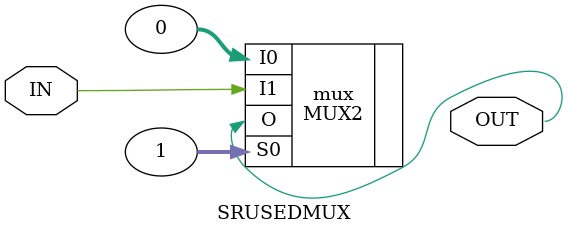
<source format=v>
`include "../../../../../vpr/muxes/logic/mux2/mux2.sim.v"

module SRUSEDMUX(IN, OUT);
	input wire IN;

	parameter S = 1;
	output wire OUT;

	MUX2 mux (
		.I0(0),
		.I1(IN),
		.S0(S),
		.O(OUT)
	);
endmodule

</source>
